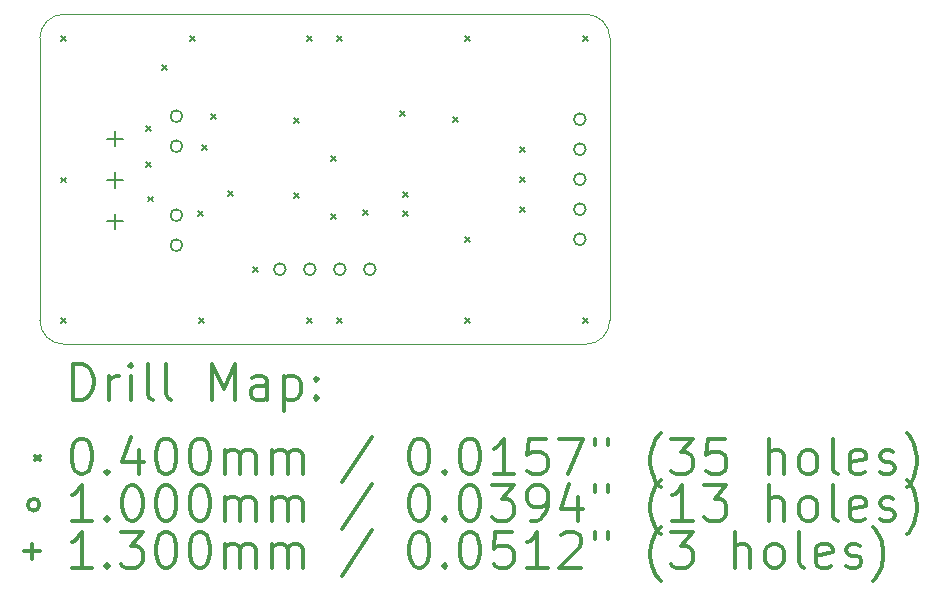
<source format=gbr>
%FSLAX45Y45*%
G04 Gerber Fmt 4.5, Leading zero omitted, Abs format (unit mm)*
G04 Created by KiCad (PCBNEW 5.1.12-84ad8e8a86~92~ubuntu16.04.1) date 2022-12-06 21:02:52*
%MOMM*%
%LPD*%
G01*
G04 APERTURE LIST*
%TA.AperFunction,Profile*%
%ADD10C,0.050000*%
%TD*%
%ADD11C,0.200000*%
%ADD12C,0.300000*%
G04 APERTURE END LIST*
D10*
X17322800Y-7086600D02*
X12903200Y-7086600D01*
X17526000Y-9677400D02*
X17526000Y-7289800D01*
X12903200Y-9880600D02*
X17322800Y-9880600D01*
X17526000Y-7289800D02*
G75*
G03*
X17322800Y-7086600I-203200J0D01*
G01*
X17322800Y-9880600D02*
G75*
G03*
X17526000Y-9677400I0J203200D01*
G01*
X12700000Y-7289800D02*
X12700000Y-9677400D01*
X12903200Y-7086600D02*
G75*
G03*
X12700000Y-7289800I0J-203200D01*
G01*
X12700000Y-9677400D02*
G75*
G03*
X12903200Y-9880600I203200J0D01*
G01*
D11*
X12883200Y-7269800D02*
X12923200Y-7309800D01*
X12923200Y-7269800D02*
X12883200Y-7309800D01*
X12883200Y-8469950D02*
X12923200Y-8509950D01*
X12923200Y-8469950D02*
X12883200Y-8509950D01*
X12883200Y-9657400D02*
X12923200Y-9697400D01*
X12923200Y-9657400D02*
X12883200Y-9697400D01*
X13600699Y-8031800D02*
X13640699Y-8071800D01*
X13640699Y-8031800D02*
X13600699Y-8071800D01*
X13600699Y-8336600D02*
X13640699Y-8376600D01*
X13640699Y-8336600D02*
X13600699Y-8376600D01*
X13615694Y-8631875D02*
X13655694Y-8671875D01*
X13655694Y-8631875D02*
X13615694Y-8671875D01*
X13734100Y-7517450D02*
X13774100Y-7557450D01*
X13774100Y-7517450D02*
X13734100Y-7557450D01*
X13975400Y-7269800D02*
X14015400Y-7309800D01*
X14015400Y-7269800D02*
X13975400Y-7309800D01*
X14038900Y-8755700D02*
X14078900Y-8795700D01*
X14078900Y-8755700D02*
X14038900Y-8795700D01*
X14051600Y-9657400D02*
X14091600Y-9697400D01*
X14091600Y-9657400D02*
X14051600Y-9697400D01*
X14077000Y-8197690D02*
X14117000Y-8237690D01*
X14117000Y-8197690D02*
X14077000Y-8237690D01*
X14153200Y-7930200D02*
X14193200Y-7970200D01*
X14193200Y-7930200D02*
X14153200Y-7970200D01*
X14292900Y-8584250D02*
X14332900Y-8624250D01*
X14332900Y-8584250D02*
X14292900Y-8624250D01*
X14508800Y-9225600D02*
X14548800Y-9265600D01*
X14548800Y-9225600D02*
X14508800Y-9265600D01*
X14851700Y-7968300D02*
X14891700Y-8008300D01*
X14891700Y-7968300D02*
X14851700Y-8008300D01*
X14851700Y-8603300D02*
X14891700Y-8643300D01*
X14891700Y-8603300D02*
X14851700Y-8643300D01*
X14966000Y-7269800D02*
X15006000Y-7309800D01*
X15006000Y-7269800D02*
X14966000Y-7309800D01*
X14966000Y-9657400D02*
X15006000Y-9697400D01*
X15006000Y-9657400D02*
X14966000Y-9697400D01*
X15169200Y-8285800D02*
X15209200Y-8325800D01*
X15209200Y-8285800D02*
X15169200Y-8325800D01*
X15169200Y-8781100D02*
X15209200Y-8821100D01*
X15209200Y-8781100D02*
X15169200Y-8821100D01*
X15220000Y-7269800D02*
X15260000Y-7309800D01*
X15260000Y-7269800D02*
X15220000Y-7309800D01*
X15220000Y-9657400D02*
X15260000Y-9697400D01*
X15260000Y-9657400D02*
X15220000Y-9697400D01*
X15435900Y-8743000D02*
X15475900Y-8783000D01*
X15475900Y-8743000D02*
X15435900Y-8783000D01*
X15753400Y-7904800D02*
X15793400Y-7944800D01*
X15793400Y-7904800D02*
X15753400Y-7944800D01*
X15778800Y-8590600D02*
X15818800Y-8630600D01*
X15818800Y-8590600D02*
X15778800Y-8630600D01*
X15778800Y-8755700D02*
X15818800Y-8795700D01*
X15818800Y-8755700D02*
X15778800Y-8795700D01*
X16197900Y-7955600D02*
X16237900Y-7995600D01*
X16237900Y-7955600D02*
X16197900Y-7995600D01*
X16299500Y-7269800D02*
X16339500Y-7309800D01*
X16339500Y-7269800D02*
X16299500Y-7309800D01*
X16299500Y-8971600D02*
X16339500Y-9011600D01*
X16339500Y-8971600D02*
X16299500Y-9011600D01*
X16299500Y-9657400D02*
X16339500Y-9697400D01*
X16339500Y-9657400D02*
X16299500Y-9697400D01*
X16769400Y-8209600D02*
X16809400Y-8249600D01*
X16809400Y-8209600D02*
X16769400Y-8249600D01*
X16769400Y-8463600D02*
X16809400Y-8503600D01*
X16809400Y-8463600D02*
X16769400Y-8503600D01*
X16769400Y-8717600D02*
X16809400Y-8757600D01*
X16809400Y-8717600D02*
X16769400Y-8757600D01*
X17302800Y-7269800D02*
X17342800Y-7309800D01*
X17342800Y-7269800D02*
X17302800Y-7309800D01*
X17302800Y-9657400D02*
X17342800Y-9697400D01*
X17342800Y-9657400D02*
X17302800Y-9697400D01*
X13905700Y-7950200D02*
G75*
G03*
X13905700Y-7950200I-50000J0D01*
G01*
X13905700Y-8204200D02*
G75*
G03*
X13905700Y-8204200I-50000J0D01*
G01*
X13905700Y-8788400D02*
G75*
G03*
X13905700Y-8788400I-50000J0D01*
G01*
X13905700Y-9042400D02*
G75*
G03*
X13905700Y-9042400I-50000J0D01*
G01*
X14782000Y-9245600D02*
G75*
G03*
X14782000Y-9245600I-50000J0D01*
G01*
X15036000Y-9245600D02*
G75*
G03*
X15036000Y-9245600I-50000J0D01*
G01*
X15290000Y-9245600D02*
G75*
G03*
X15290000Y-9245600I-50000J0D01*
G01*
X15544000Y-9245600D02*
G75*
G03*
X15544000Y-9245600I-50000J0D01*
G01*
X17322000Y-7975600D02*
G75*
G03*
X17322000Y-7975600I-50000J0D01*
G01*
X17322000Y-8229600D02*
G75*
G03*
X17322000Y-8229600I-50000J0D01*
G01*
X17322000Y-8483600D02*
G75*
G03*
X17322000Y-8483600I-50000J0D01*
G01*
X17322000Y-8737600D02*
G75*
G03*
X17322000Y-8737600I-50000J0D01*
G01*
X17322000Y-8991600D02*
G75*
G03*
X17322000Y-8991600I-50000J0D01*
G01*
X13335000Y-8074200D02*
X13335000Y-8204200D01*
X13270000Y-8139200D02*
X13400000Y-8139200D01*
X13335000Y-8424200D02*
X13335000Y-8554200D01*
X13270000Y-8489200D02*
X13400000Y-8489200D01*
X13335000Y-8774200D02*
X13335000Y-8904200D01*
X13270000Y-8839200D02*
X13400000Y-8839200D01*
D12*
X12983928Y-10348814D02*
X12983928Y-10048814D01*
X13055357Y-10048814D01*
X13098214Y-10063100D01*
X13126786Y-10091672D01*
X13141071Y-10120243D01*
X13155357Y-10177386D01*
X13155357Y-10220243D01*
X13141071Y-10277386D01*
X13126786Y-10305957D01*
X13098214Y-10334529D01*
X13055357Y-10348814D01*
X12983928Y-10348814D01*
X13283928Y-10348814D02*
X13283928Y-10148814D01*
X13283928Y-10205957D02*
X13298214Y-10177386D01*
X13312500Y-10163100D01*
X13341071Y-10148814D01*
X13369643Y-10148814D01*
X13469643Y-10348814D02*
X13469643Y-10148814D01*
X13469643Y-10048814D02*
X13455357Y-10063100D01*
X13469643Y-10077386D01*
X13483928Y-10063100D01*
X13469643Y-10048814D01*
X13469643Y-10077386D01*
X13655357Y-10348814D02*
X13626786Y-10334529D01*
X13612500Y-10305957D01*
X13612500Y-10048814D01*
X13812500Y-10348814D02*
X13783928Y-10334529D01*
X13769643Y-10305957D01*
X13769643Y-10048814D01*
X14155357Y-10348814D02*
X14155357Y-10048814D01*
X14255357Y-10263100D01*
X14355357Y-10048814D01*
X14355357Y-10348814D01*
X14626786Y-10348814D02*
X14626786Y-10191672D01*
X14612500Y-10163100D01*
X14583928Y-10148814D01*
X14526786Y-10148814D01*
X14498214Y-10163100D01*
X14626786Y-10334529D02*
X14598214Y-10348814D01*
X14526786Y-10348814D01*
X14498214Y-10334529D01*
X14483928Y-10305957D01*
X14483928Y-10277386D01*
X14498214Y-10248814D01*
X14526786Y-10234529D01*
X14598214Y-10234529D01*
X14626786Y-10220243D01*
X14769643Y-10148814D02*
X14769643Y-10448814D01*
X14769643Y-10163100D02*
X14798214Y-10148814D01*
X14855357Y-10148814D01*
X14883928Y-10163100D01*
X14898214Y-10177386D01*
X14912500Y-10205957D01*
X14912500Y-10291672D01*
X14898214Y-10320243D01*
X14883928Y-10334529D01*
X14855357Y-10348814D01*
X14798214Y-10348814D01*
X14769643Y-10334529D01*
X15041071Y-10320243D02*
X15055357Y-10334529D01*
X15041071Y-10348814D01*
X15026786Y-10334529D01*
X15041071Y-10320243D01*
X15041071Y-10348814D01*
X15041071Y-10163100D02*
X15055357Y-10177386D01*
X15041071Y-10191672D01*
X15026786Y-10177386D01*
X15041071Y-10163100D01*
X15041071Y-10191672D01*
X12657500Y-10823100D02*
X12697500Y-10863100D01*
X12697500Y-10823100D02*
X12657500Y-10863100D01*
X13041071Y-10678814D02*
X13069643Y-10678814D01*
X13098214Y-10693100D01*
X13112500Y-10707386D01*
X13126786Y-10735957D01*
X13141071Y-10793100D01*
X13141071Y-10864529D01*
X13126786Y-10921672D01*
X13112500Y-10950243D01*
X13098214Y-10964529D01*
X13069643Y-10978814D01*
X13041071Y-10978814D01*
X13012500Y-10964529D01*
X12998214Y-10950243D01*
X12983928Y-10921672D01*
X12969643Y-10864529D01*
X12969643Y-10793100D01*
X12983928Y-10735957D01*
X12998214Y-10707386D01*
X13012500Y-10693100D01*
X13041071Y-10678814D01*
X13269643Y-10950243D02*
X13283928Y-10964529D01*
X13269643Y-10978814D01*
X13255357Y-10964529D01*
X13269643Y-10950243D01*
X13269643Y-10978814D01*
X13541071Y-10778814D02*
X13541071Y-10978814D01*
X13469643Y-10664529D02*
X13398214Y-10878814D01*
X13583928Y-10878814D01*
X13755357Y-10678814D02*
X13783928Y-10678814D01*
X13812500Y-10693100D01*
X13826786Y-10707386D01*
X13841071Y-10735957D01*
X13855357Y-10793100D01*
X13855357Y-10864529D01*
X13841071Y-10921672D01*
X13826786Y-10950243D01*
X13812500Y-10964529D01*
X13783928Y-10978814D01*
X13755357Y-10978814D01*
X13726786Y-10964529D01*
X13712500Y-10950243D01*
X13698214Y-10921672D01*
X13683928Y-10864529D01*
X13683928Y-10793100D01*
X13698214Y-10735957D01*
X13712500Y-10707386D01*
X13726786Y-10693100D01*
X13755357Y-10678814D01*
X14041071Y-10678814D02*
X14069643Y-10678814D01*
X14098214Y-10693100D01*
X14112500Y-10707386D01*
X14126786Y-10735957D01*
X14141071Y-10793100D01*
X14141071Y-10864529D01*
X14126786Y-10921672D01*
X14112500Y-10950243D01*
X14098214Y-10964529D01*
X14069643Y-10978814D01*
X14041071Y-10978814D01*
X14012500Y-10964529D01*
X13998214Y-10950243D01*
X13983928Y-10921672D01*
X13969643Y-10864529D01*
X13969643Y-10793100D01*
X13983928Y-10735957D01*
X13998214Y-10707386D01*
X14012500Y-10693100D01*
X14041071Y-10678814D01*
X14269643Y-10978814D02*
X14269643Y-10778814D01*
X14269643Y-10807386D02*
X14283928Y-10793100D01*
X14312500Y-10778814D01*
X14355357Y-10778814D01*
X14383928Y-10793100D01*
X14398214Y-10821672D01*
X14398214Y-10978814D01*
X14398214Y-10821672D02*
X14412500Y-10793100D01*
X14441071Y-10778814D01*
X14483928Y-10778814D01*
X14512500Y-10793100D01*
X14526786Y-10821672D01*
X14526786Y-10978814D01*
X14669643Y-10978814D02*
X14669643Y-10778814D01*
X14669643Y-10807386D02*
X14683928Y-10793100D01*
X14712500Y-10778814D01*
X14755357Y-10778814D01*
X14783928Y-10793100D01*
X14798214Y-10821672D01*
X14798214Y-10978814D01*
X14798214Y-10821672D02*
X14812500Y-10793100D01*
X14841071Y-10778814D01*
X14883928Y-10778814D01*
X14912500Y-10793100D01*
X14926786Y-10821672D01*
X14926786Y-10978814D01*
X15512500Y-10664529D02*
X15255357Y-11050243D01*
X15898214Y-10678814D02*
X15926786Y-10678814D01*
X15955357Y-10693100D01*
X15969643Y-10707386D01*
X15983928Y-10735957D01*
X15998214Y-10793100D01*
X15998214Y-10864529D01*
X15983928Y-10921672D01*
X15969643Y-10950243D01*
X15955357Y-10964529D01*
X15926786Y-10978814D01*
X15898214Y-10978814D01*
X15869643Y-10964529D01*
X15855357Y-10950243D01*
X15841071Y-10921672D01*
X15826786Y-10864529D01*
X15826786Y-10793100D01*
X15841071Y-10735957D01*
X15855357Y-10707386D01*
X15869643Y-10693100D01*
X15898214Y-10678814D01*
X16126786Y-10950243D02*
X16141071Y-10964529D01*
X16126786Y-10978814D01*
X16112500Y-10964529D01*
X16126786Y-10950243D01*
X16126786Y-10978814D01*
X16326786Y-10678814D02*
X16355357Y-10678814D01*
X16383928Y-10693100D01*
X16398214Y-10707386D01*
X16412500Y-10735957D01*
X16426786Y-10793100D01*
X16426786Y-10864529D01*
X16412500Y-10921672D01*
X16398214Y-10950243D01*
X16383928Y-10964529D01*
X16355357Y-10978814D01*
X16326786Y-10978814D01*
X16298214Y-10964529D01*
X16283928Y-10950243D01*
X16269643Y-10921672D01*
X16255357Y-10864529D01*
X16255357Y-10793100D01*
X16269643Y-10735957D01*
X16283928Y-10707386D01*
X16298214Y-10693100D01*
X16326786Y-10678814D01*
X16712500Y-10978814D02*
X16541071Y-10978814D01*
X16626786Y-10978814D02*
X16626786Y-10678814D01*
X16598214Y-10721672D01*
X16569643Y-10750243D01*
X16541071Y-10764529D01*
X16983928Y-10678814D02*
X16841071Y-10678814D01*
X16826786Y-10821672D01*
X16841071Y-10807386D01*
X16869643Y-10793100D01*
X16941071Y-10793100D01*
X16969643Y-10807386D01*
X16983928Y-10821672D01*
X16998214Y-10850243D01*
X16998214Y-10921672D01*
X16983928Y-10950243D01*
X16969643Y-10964529D01*
X16941071Y-10978814D01*
X16869643Y-10978814D01*
X16841071Y-10964529D01*
X16826786Y-10950243D01*
X17098214Y-10678814D02*
X17298214Y-10678814D01*
X17169643Y-10978814D01*
X17398214Y-10678814D02*
X17398214Y-10735957D01*
X17512500Y-10678814D02*
X17512500Y-10735957D01*
X17955357Y-11093100D02*
X17941071Y-11078814D01*
X17912500Y-11035957D01*
X17898214Y-11007386D01*
X17883928Y-10964529D01*
X17869643Y-10893100D01*
X17869643Y-10835957D01*
X17883928Y-10764529D01*
X17898214Y-10721672D01*
X17912500Y-10693100D01*
X17941071Y-10650243D01*
X17955357Y-10635957D01*
X18041071Y-10678814D02*
X18226786Y-10678814D01*
X18126786Y-10793100D01*
X18169643Y-10793100D01*
X18198214Y-10807386D01*
X18212500Y-10821672D01*
X18226786Y-10850243D01*
X18226786Y-10921672D01*
X18212500Y-10950243D01*
X18198214Y-10964529D01*
X18169643Y-10978814D01*
X18083928Y-10978814D01*
X18055357Y-10964529D01*
X18041071Y-10950243D01*
X18498214Y-10678814D02*
X18355357Y-10678814D01*
X18341071Y-10821672D01*
X18355357Y-10807386D01*
X18383928Y-10793100D01*
X18455357Y-10793100D01*
X18483928Y-10807386D01*
X18498214Y-10821672D01*
X18512500Y-10850243D01*
X18512500Y-10921672D01*
X18498214Y-10950243D01*
X18483928Y-10964529D01*
X18455357Y-10978814D01*
X18383928Y-10978814D01*
X18355357Y-10964529D01*
X18341071Y-10950243D01*
X18869643Y-10978814D02*
X18869643Y-10678814D01*
X18998214Y-10978814D02*
X18998214Y-10821672D01*
X18983928Y-10793100D01*
X18955357Y-10778814D01*
X18912500Y-10778814D01*
X18883928Y-10793100D01*
X18869643Y-10807386D01*
X19183928Y-10978814D02*
X19155357Y-10964529D01*
X19141071Y-10950243D01*
X19126786Y-10921672D01*
X19126786Y-10835957D01*
X19141071Y-10807386D01*
X19155357Y-10793100D01*
X19183928Y-10778814D01*
X19226786Y-10778814D01*
X19255357Y-10793100D01*
X19269643Y-10807386D01*
X19283928Y-10835957D01*
X19283928Y-10921672D01*
X19269643Y-10950243D01*
X19255357Y-10964529D01*
X19226786Y-10978814D01*
X19183928Y-10978814D01*
X19455357Y-10978814D02*
X19426786Y-10964529D01*
X19412500Y-10935957D01*
X19412500Y-10678814D01*
X19683928Y-10964529D02*
X19655357Y-10978814D01*
X19598214Y-10978814D01*
X19569643Y-10964529D01*
X19555357Y-10935957D01*
X19555357Y-10821672D01*
X19569643Y-10793100D01*
X19598214Y-10778814D01*
X19655357Y-10778814D01*
X19683928Y-10793100D01*
X19698214Y-10821672D01*
X19698214Y-10850243D01*
X19555357Y-10878814D01*
X19812500Y-10964529D02*
X19841071Y-10978814D01*
X19898214Y-10978814D01*
X19926786Y-10964529D01*
X19941071Y-10935957D01*
X19941071Y-10921672D01*
X19926786Y-10893100D01*
X19898214Y-10878814D01*
X19855357Y-10878814D01*
X19826786Y-10864529D01*
X19812500Y-10835957D01*
X19812500Y-10821672D01*
X19826786Y-10793100D01*
X19855357Y-10778814D01*
X19898214Y-10778814D01*
X19926786Y-10793100D01*
X20041071Y-11093100D02*
X20055357Y-11078814D01*
X20083928Y-11035957D01*
X20098214Y-11007386D01*
X20112500Y-10964529D01*
X20126786Y-10893100D01*
X20126786Y-10835957D01*
X20112500Y-10764529D01*
X20098214Y-10721672D01*
X20083928Y-10693100D01*
X20055357Y-10650243D01*
X20041071Y-10635957D01*
X12697500Y-11239100D02*
G75*
G03*
X12697500Y-11239100I-50000J0D01*
G01*
X13141071Y-11374814D02*
X12969643Y-11374814D01*
X13055357Y-11374814D02*
X13055357Y-11074814D01*
X13026786Y-11117672D01*
X12998214Y-11146243D01*
X12969643Y-11160529D01*
X13269643Y-11346243D02*
X13283928Y-11360529D01*
X13269643Y-11374814D01*
X13255357Y-11360529D01*
X13269643Y-11346243D01*
X13269643Y-11374814D01*
X13469643Y-11074814D02*
X13498214Y-11074814D01*
X13526786Y-11089100D01*
X13541071Y-11103386D01*
X13555357Y-11131957D01*
X13569643Y-11189100D01*
X13569643Y-11260529D01*
X13555357Y-11317671D01*
X13541071Y-11346243D01*
X13526786Y-11360529D01*
X13498214Y-11374814D01*
X13469643Y-11374814D01*
X13441071Y-11360529D01*
X13426786Y-11346243D01*
X13412500Y-11317671D01*
X13398214Y-11260529D01*
X13398214Y-11189100D01*
X13412500Y-11131957D01*
X13426786Y-11103386D01*
X13441071Y-11089100D01*
X13469643Y-11074814D01*
X13755357Y-11074814D02*
X13783928Y-11074814D01*
X13812500Y-11089100D01*
X13826786Y-11103386D01*
X13841071Y-11131957D01*
X13855357Y-11189100D01*
X13855357Y-11260529D01*
X13841071Y-11317671D01*
X13826786Y-11346243D01*
X13812500Y-11360529D01*
X13783928Y-11374814D01*
X13755357Y-11374814D01*
X13726786Y-11360529D01*
X13712500Y-11346243D01*
X13698214Y-11317671D01*
X13683928Y-11260529D01*
X13683928Y-11189100D01*
X13698214Y-11131957D01*
X13712500Y-11103386D01*
X13726786Y-11089100D01*
X13755357Y-11074814D01*
X14041071Y-11074814D02*
X14069643Y-11074814D01*
X14098214Y-11089100D01*
X14112500Y-11103386D01*
X14126786Y-11131957D01*
X14141071Y-11189100D01*
X14141071Y-11260529D01*
X14126786Y-11317671D01*
X14112500Y-11346243D01*
X14098214Y-11360529D01*
X14069643Y-11374814D01*
X14041071Y-11374814D01*
X14012500Y-11360529D01*
X13998214Y-11346243D01*
X13983928Y-11317671D01*
X13969643Y-11260529D01*
X13969643Y-11189100D01*
X13983928Y-11131957D01*
X13998214Y-11103386D01*
X14012500Y-11089100D01*
X14041071Y-11074814D01*
X14269643Y-11374814D02*
X14269643Y-11174814D01*
X14269643Y-11203386D02*
X14283928Y-11189100D01*
X14312500Y-11174814D01*
X14355357Y-11174814D01*
X14383928Y-11189100D01*
X14398214Y-11217671D01*
X14398214Y-11374814D01*
X14398214Y-11217671D02*
X14412500Y-11189100D01*
X14441071Y-11174814D01*
X14483928Y-11174814D01*
X14512500Y-11189100D01*
X14526786Y-11217671D01*
X14526786Y-11374814D01*
X14669643Y-11374814D02*
X14669643Y-11174814D01*
X14669643Y-11203386D02*
X14683928Y-11189100D01*
X14712500Y-11174814D01*
X14755357Y-11174814D01*
X14783928Y-11189100D01*
X14798214Y-11217671D01*
X14798214Y-11374814D01*
X14798214Y-11217671D02*
X14812500Y-11189100D01*
X14841071Y-11174814D01*
X14883928Y-11174814D01*
X14912500Y-11189100D01*
X14926786Y-11217671D01*
X14926786Y-11374814D01*
X15512500Y-11060529D02*
X15255357Y-11446243D01*
X15898214Y-11074814D02*
X15926786Y-11074814D01*
X15955357Y-11089100D01*
X15969643Y-11103386D01*
X15983928Y-11131957D01*
X15998214Y-11189100D01*
X15998214Y-11260529D01*
X15983928Y-11317671D01*
X15969643Y-11346243D01*
X15955357Y-11360529D01*
X15926786Y-11374814D01*
X15898214Y-11374814D01*
X15869643Y-11360529D01*
X15855357Y-11346243D01*
X15841071Y-11317671D01*
X15826786Y-11260529D01*
X15826786Y-11189100D01*
X15841071Y-11131957D01*
X15855357Y-11103386D01*
X15869643Y-11089100D01*
X15898214Y-11074814D01*
X16126786Y-11346243D02*
X16141071Y-11360529D01*
X16126786Y-11374814D01*
X16112500Y-11360529D01*
X16126786Y-11346243D01*
X16126786Y-11374814D01*
X16326786Y-11074814D02*
X16355357Y-11074814D01*
X16383928Y-11089100D01*
X16398214Y-11103386D01*
X16412500Y-11131957D01*
X16426786Y-11189100D01*
X16426786Y-11260529D01*
X16412500Y-11317671D01*
X16398214Y-11346243D01*
X16383928Y-11360529D01*
X16355357Y-11374814D01*
X16326786Y-11374814D01*
X16298214Y-11360529D01*
X16283928Y-11346243D01*
X16269643Y-11317671D01*
X16255357Y-11260529D01*
X16255357Y-11189100D01*
X16269643Y-11131957D01*
X16283928Y-11103386D01*
X16298214Y-11089100D01*
X16326786Y-11074814D01*
X16526786Y-11074814D02*
X16712500Y-11074814D01*
X16612500Y-11189100D01*
X16655357Y-11189100D01*
X16683928Y-11203386D01*
X16698214Y-11217671D01*
X16712500Y-11246243D01*
X16712500Y-11317671D01*
X16698214Y-11346243D01*
X16683928Y-11360529D01*
X16655357Y-11374814D01*
X16569643Y-11374814D01*
X16541071Y-11360529D01*
X16526786Y-11346243D01*
X16855357Y-11374814D02*
X16912500Y-11374814D01*
X16941071Y-11360529D01*
X16955357Y-11346243D01*
X16983928Y-11303386D01*
X16998214Y-11246243D01*
X16998214Y-11131957D01*
X16983928Y-11103386D01*
X16969643Y-11089100D01*
X16941071Y-11074814D01*
X16883928Y-11074814D01*
X16855357Y-11089100D01*
X16841071Y-11103386D01*
X16826786Y-11131957D01*
X16826786Y-11203386D01*
X16841071Y-11231957D01*
X16855357Y-11246243D01*
X16883928Y-11260529D01*
X16941071Y-11260529D01*
X16969643Y-11246243D01*
X16983928Y-11231957D01*
X16998214Y-11203386D01*
X17255357Y-11174814D02*
X17255357Y-11374814D01*
X17183928Y-11060529D02*
X17112500Y-11274814D01*
X17298214Y-11274814D01*
X17398214Y-11074814D02*
X17398214Y-11131957D01*
X17512500Y-11074814D02*
X17512500Y-11131957D01*
X17955357Y-11489100D02*
X17941071Y-11474814D01*
X17912500Y-11431957D01*
X17898214Y-11403386D01*
X17883928Y-11360529D01*
X17869643Y-11289100D01*
X17869643Y-11231957D01*
X17883928Y-11160529D01*
X17898214Y-11117672D01*
X17912500Y-11089100D01*
X17941071Y-11046243D01*
X17955357Y-11031957D01*
X18226786Y-11374814D02*
X18055357Y-11374814D01*
X18141071Y-11374814D02*
X18141071Y-11074814D01*
X18112500Y-11117672D01*
X18083928Y-11146243D01*
X18055357Y-11160529D01*
X18326786Y-11074814D02*
X18512500Y-11074814D01*
X18412500Y-11189100D01*
X18455357Y-11189100D01*
X18483928Y-11203386D01*
X18498214Y-11217671D01*
X18512500Y-11246243D01*
X18512500Y-11317671D01*
X18498214Y-11346243D01*
X18483928Y-11360529D01*
X18455357Y-11374814D01*
X18369643Y-11374814D01*
X18341071Y-11360529D01*
X18326786Y-11346243D01*
X18869643Y-11374814D02*
X18869643Y-11074814D01*
X18998214Y-11374814D02*
X18998214Y-11217671D01*
X18983928Y-11189100D01*
X18955357Y-11174814D01*
X18912500Y-11174814D01*
X18883928Y-11189100D01*
X18869643Y-11203386D01*
X19183928Y-11374814D02*
X19155357Y-11360529D01*
X19141071Y-11346243D01*
X19126786Y-11317671D01*
X19126786Y-11231957D01*
X19141071Y-11203386D01*
X19155357Y-11189100D01*
X19183928Y-11174814D01*
X19226786Y-11174814D01*
X19255357Y-11189100D01*
X19269643Y-11203386D01*
X19283928Y-11231957D01*
X19283928Y-11317671D01*
X19269643Y-11346243D01*
X19255357Y-11360529D01*
X19226786Y-11374814D01*
X19183928Y-11374814D01*
X19455357Y-11374814D02*
X19426786Y-11360529D01*
X19412500Y-11331957D01*
X19412500Y-11074814D01*
X19683928Y-11360529D02*
X19655357Y-11374814D01*
X19598214Y-11374814D01*
X19569643Y-11360529D01*
X19555357Y-11331957D01*
X19555357Y-11217671D01*
X19569643Y-11189100D01*
X19598214Y-11174814D01*
X19655357Y-11174814D01*
X19683928Y-11189100D01*
X19698214Y-11217671D01*
X19698214Y-11246243D01*
X19555357Y-11274814D01*
X19812500Y-11360529D02*
X19841071Y-11374814D01*
X19898214Y-11374814D01*
X19926786Y-11360529D01*
X19941071Y-11331957D01*
X19941071Y-11317671D01*
X19926786Y-11289100D01*
X19898214Y-11274814D01*
X19855357Y-11274814D01*
X19826786Y-11260529D01*
X19812500Y-11231957D01*
X19812500Y-11217671D01*
X19826786Y-11189100D01*
X19855357Y-11174814D01*
X19898214Y-11174814D01*
X19926786Y-11189100D01*
X20041071Y-11489100D02*
X20055357Y-11474814D01*
X20083928Y-11431957D01*
X20098214Y-11403386D01*
X20112500Y-11360529D01*
X20126786Y-11289100D01*
X20126786Y-11231957D01*
X20112500Y-11160529D01*
X20098214Y-11117672D01*
X20083928Y-11089100D01*
X20055357Y-11046243D01*
X20041071Y-11031957D01*
X12632500Y-11570100D02*
X12632500Y-11700100D01*
X12567500Y-11635100D02*
X12697500Y-11635100D01*
X13141071Y-11770814D02*
X12969643Y-11770814D01*
X13055357Y-11770814D02*
X13055357Y-11470814D01*
X13026786Y-11513671D01*
X12998214Y-11542243D01*
X12969643Y-11556529D01*
X13269643Y-11742243D02*
X13283928Y-11756529D01*
X13269643Y-11770814D01*
X13255357Y-11756529D01*
X13269643Y-11742243D01*
X13269643Y-11770814D01*
X13383928Y-11470814D02*
X13569643Y-11470814D01*
X13469643Y-11585100D01*
X13512500Y-11585100D01*
X13541071Y-11599386D01*
X13555357Y-11613671D01*
X13569643Y-11642243D01*
X13569643Y-11713671D01*
X13555357Y-11742243D01*
X13541071Y-11756529D01*
X13512500Y-11770814D01*
X13426786Y-11770814D01*
X13398214Y-11756529D01*
X13383928Y-11742243D01*
X13755357Y-11470814D02*
X13783928Y-11470814D01*
X13812500Y-11485100D01*
X13826786Y-11499386D01*
X13841071Y-11527957D01*
X13855357Y-11585100D01*
X13855357Y-11656529D01*
X13841071Y-11713671D01*
X13826786Y-11742243D01*
X13812500Y-11756529D01*
X13783928Y-11770814D01*
X13755357Y-11770814D01*
X13726786Y-11756529D01*
X13712500Y-11742243D01*
X13698214Y-11713671D01*
X13683928Y-11656529D01*
X13683928Y-11585100D01*
X13698214Y-11527957D01*
X13712500Y-11499386D01*
X13726786Y-11485100D01*
X13755357Y-11470814D01*
X14041071Y-11470814D02*
X14069643Y-11470814D01*
X14098214Y-11485100D01*
X14112500Y-11499386D01*
X14126786Y-11527957D01*
X14141071Y-11585100D01*
X14141071Y-11656529D01*
X14126786Y-11713671D01*
X14112500Y-11742243D01*
X14098214Y-11756529D01*
X14069643Y-11770814D01*
X14041071Y-11770814D01*
X14012500Y-11756529D01*
X13998214Y-11742243D01*
X13983928Y-11713671D01*
X13969643Y-11656529D01*
X13969643Y-11585100D01*
X13983928Y-11527957D01*
X13998214Y-11499386D01*
X14012500Y-11485100D01*
X14041071Y-11470814D01*
X14269643Y-11770814D02*
X14269643Y-11570814D01*
X14269643Y-11599386D02*
X14283928Y-11585100D01*
X14312500Y-11570814D01*
X14355357Y-11570814D01*
X14383928Y-11585100D01*
X14398214Y-11613671D01*
X14398214Y-11770814D01*
X14398214Y-11613671D02*
X14412500Y-11585100D01*
X14441071Y-11570814D01*
X14483928Y-11570814D01*
X14512500Y-11585100D01*
X14526786Y-11613671D01*
X14526786Y-11770814D01*
X14669643Y-11770814D02*
X14669643Y-11570814D01*
X14669643Y-11599386D02*
X14683928Y-11585100D01*
X14712500Y-11570814D01*
X14755357Y-11570814D01*
X14783928Y-11585100D01*
X14798214Y-11613671D01*
X14798214Y-11770814D01*
X14798214Y-11613671D02*
X14812500Y-11585100D01*
X14841071Y-11570814D01*
X14883928Y-11570814D01*
X14912500Y-11585100D01*
X14926786Y-11613671D01*
X14926786Y-11770814D01*
X15512500Y-11456529D02*
X15255357Y-11842243D01*
X15898214Y-11470814D02*
X15926786Y-11470814D01*
X15955357Y-11485100D01*
X15969643Y-11499386D01*
X15983928Y-11527957D01*
X15998214Y-11585100D01*
X15998214Y-11656529D01*
X15983928Y-11713671D01*
X15969643Y-11742243D01*
X15955357Y-11756529D01*
X15926786Y-11770814D01*
X15898214Y-11770814D01*
X15869643Y-11756529D01*
X15855357Y-11742243D01*
X15841071Y-11713671D01*
X15826786Y-11656529D01*
X15826786Y-11585100D01*
X15841071Y-11527957D01*
X15855357Y-11499386D01*
X15869643Y-11485100D01*
X15898214Y-11470814D01*
X16126786Y-11742243D02*
X16141071Y-11756529D01*
X16126786Y-11770814D01*
X16112500Y-11756529D01*
X16126786Y-11742243D01*
X16126786Y-11770814D01*
X16326786Y-11470814D02*
X16355357Y-11470814D01*
X16383928Y-11485100D01*
X16398214Y-11499386D01*
X16412500Y-11527957D01*
X16426786Y-11585100D01*
X16426786Y-11656529D01*
X16412500Y-11713671D01*
X16398214Y-11742243D01*
X16383928Y-11756529D01*
X16355357Y-11770814D01*
X16326786Y-11770814D01*
X16298214Y-11756529D01*
X16283928Y-11742243D01*
X16269643Y-11713671D01*
X16255357Y-11656529D01*
X16255357Y-11585100D01*
X16269643Y-11527957D01*
X16283928Y-11499386D01*
X16298214Y-11485100D01*
X16326786Y-11470814D01*
X16698214Y-11470814D02*
X16555357Y-11470814D01*
X16541071Y-11613671D01*
X16555357Y-11599386D01*
X16583928Y-11585100D01*
X16655357Y-11585100D01*
X16683928Y-11599386D01*
X16698214Y-11613671D01*
X16712500Y-11642243D01*
X16712500Y-11713671D01*
X16698214Y-11742243D01*
X16683928Y-11756529D01*
X16655357Y-11770814D01*
X16583928Y-11770814D01*
X16555357Y-11756529D01*
X16541071Y-11742243D01*
X16998214Y-11770814D02*
X16826786Y-11770814D01*
X16912500Y-11770814D02*
X16912500Y-11470814D01*
X16883928Y-11513671D01*
X16855357Y-11542243D01*
X16826786Y-11556529D01*
X17112500Y-11499386D02*
X17126786Y-11485100D01*
X17155357Y-11470814D01*
X17226786Y-11470814D01*
X17255357Y-11485100D01*
X17269643Y-11499386D01*
X17283928Y-11527957D01*
X17283928Y-11556529D01*
X17269643Y-11599386D01*
X17098214Y-11770814D01*
X17283928Y-11770814D01*
X17398214Y-11470814D02*
X17398214Y-11527957D01*
X17512500Y-11470814D02*
X17512500Y-11527957D01*
X17955357Y-11885100D02*
X17941071Y-11870814D01*
X17912500Y-11827957D01*
X17898214Y-11799386D01*
X17883928Y-11756529D01*
X17869643Y-11685100D01*
X17869643Y-11627957D01*
X17883928Y-11556529D01*
X17898214Y-11513671D01*
X17912500Y-11485100D01*
X17941071Y-11442243D01*
X17955357Y-11427957D01*
X18041071Y-11470814D02*
X18226786Y-11470814D01*
X18126786Y-11585100D01*
X18169643Y-11585100D01*
X18198214Y-11599386D01*
X18212500Y-11613671D01*
X18226786Y-11642243D01*
X18226786Y-11713671D01*
X18212500Y-11742243D01*
X18198214Y-11756529D01*
X18169643Y-11770814D01*
X18083928Y-11770814D01*
X18055357Y-11756529D01*
X18041071Y-11742243D01*
X18583928Y-11770814D02*
X18583928Y-11470814D01*
X18712500Y-11770814D02*
X18712500Y-11613671D01*
X18698214Y-11585100D01*
X18669643Y-11570814D01*
X18626786Y-11570814D01*
X18598214Y-11585100D01*
X18583928Y-11599386D01*
X18898214Y-11770814D02*
X18869643Y-11756529D01*
X18855357Y-11742243D01*
X18841071Y-11713671D01*
X18841071Y-11627957D01*
X18855357Y-11599386D01*
X18869643Y-11585100D01*
X18898214Y-11570814D01*
X18941071Y-11570814D01*
X18969643Y-11585100D01*
X18983928Y-11599386D01*
X18998214Y-11627957D01*
X18998214Y-11713671D01*
X18983928Y-11742243D01*
X18969643Y-11756529D01*
X18941071Y-11770814D01*
X18898214Y-11770814D01*
X19169643Y-11770814D02*
X19141071Y-11756529D01*
X19126786Y-11727957D01*
X19126786Y-11470814D01*
X19398214Y-11756529D02*
X19369643Y-11770814D01*
X19312500Y-11770814D01*
X19283928Y-11756529D01*
X19269643Y-11727957D01*
X19269643Y-11613671D01*
X19283928Y-11585100D01*
X19312500Y-11570814D01*
X19369643Y-11570814D01*
X19398214Y-11585100D01*
X19412500Y-11613671D01*
X19412500Y-11642243D01*
X19269643Y-11670814D01*
X19526786Y-11756529D02*
X19555357Y-11770814D01*
X19612500Y-11770814D01*
X19641071Y-11756529D01*
X19655357Y-11727957D01*
X19655357Y-11713671D01*
X19641071Y-11685100D01*
X19612500Y-11670814D01*
X19569643Y-11670814D01*
X19541071Y-11656529D01*
X19526786Y-11627957D01*
X19526786Y-11613671D01*
X19541071Y-11585100D01*
X19569643Y-11570814D01*
X19612500Y-11570814D01*
X19641071Y-11585100D01*
X19755357Y-11885100D02*
X19769643Y-11870814D01*
X19798214Y-11827957D01*
X19812500Y-11799386D01*
X19826786Y-11756529D01*
X19841071Y-11685100D01*
X19841071Y-11627957D01*
X19826786Y-11556529D01*
X19812500Y-11513671D01*
X19798214Y-11485100D01*
X19769643Y-11442243D01*
X19755357Y-11427957D01*
M02*

</source>
